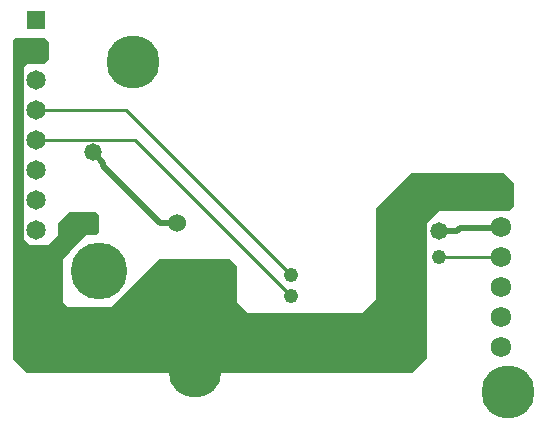
<source format=gbl>
G04*
G04 #@! TF.GenerationSoftware,Altium Limited,Altium Designer,23.4.1 (23)*
G04*
G04 Layer_Physical_Order=2*
G04 Layer_Color=16711680*
%FSLAX44Y44*%
%MOMM*%
G71*
G04*
G04 #@! TF.SameCoordinates,5B4701A4-F384-41A6-9C88-78B9FC1DD21D*
G04*
G04*
G04 #@! TF.FilePolarity,Positive*
G04*
G01*
G75*
%ADD40C,0.2540*%
%ADD41C,0.5080*%
%ADD42C,4.5000*%
%ADD43R,1.7250X1.7250*%
%ADD44C,1.7250*%
%ADD45C,4.8000*%
%ADD46C,1.5240*%
%ADD47R,1.6500X1.6500*%
%ADD48C,1.6500*%
%ADD49C,1.4732*%
%ADD50C,1.2192*%
G36*
X629920Y567690D02*
Y553720D01*
X626110Y549910D01*
X610870D01*
X608330Y547370D01*
Y401320D01*
X613410Y396240D01*
X628650Y396240D01*
X637540Y405130D01*
Y415290D01*
X642620Y420370D01*
X642620D01*
X646430Y424180D01*
X669290Y424180D01*
X671830Y421640D01*
Y407670D01*
X669290Y405130D01*
X661616Y405130D01*
X653364Y396877D01*
D01*
X641350Y383540D01*
X641350Y363220D01*
X641350Y347980D01*
X645160Y344170D01*
X656590Y344170D01*
X681990Y344170D01*
X722630Y384810D01*
X782320D01*
X788670Y378460D01*
X788670Y347980D01*
X797560Y339090D01*
X895350Y339090D01*
X906780Y350520D01*
Y427990D01*
X935990Y457200D01*
X1014730D01*
X1023620Y448310D01*
Y429260D01*
X1019810Y425450D01*
X960120D01*
X949960Y415290D01*
X949960Y300990D01*
X937260Y288290D01*
X610870D01*
X599440Y299720D01*
Y570230D01*
X600710Y571500D01*
X626110D01*
X629920Y567690D01*
D02*
G37*
D40*
X960120Y386080D02*
X1005395D01*
X702310Y485140D02*
X834390Y353060D01*
X618490Y485140D02*
X702310D01*
X618490Y510540D02*
X694690D01*
X834390Y370840D01*
X1010920Y379730D02*
Y380555D01*
X1005395Y386080D02*
X1010920Y380555D01*
D41*
X975706Y408531D02*
X978020Y410845D01*
X960494Y408531D02*
X975706D01*
X978020Y410845D02*
X1011555D01*
X1012190Y411480D01*
X666750Y474980D02*
X675826Y465905D01*
Y463364D02*
Y465905D01*
Y463364D02*
X723900Y415290D01*
X737870D01*
D42*
X1018540Y271780D02*
D03*
X701040Y551180D02*
D03*
X753110Y289560D02*
D03*
D43*
X1012190Y436880D02*
D03*
D44*
Y411480D02*
D03*
Y386080D02*
D03*
Y360680D02*
D03*
Y335280D02*
D03*
Y309880D02*
D03*
D45*
X720090Y344170D02*
D03*
X672090Y316170D02*
D03*
Y374170D02*
D03*
D46*
X737870Y415290D02*
D03*
D47*
X618490Y586740D02*
D03*
D48*
Y561340D02*
D03*
Y535940D02*
D03*
Y510540D02*
D03*
Y485140D02*
D03*
Y459740D02*
D03*
Y434340D02*
D03*
Y408940D02*
D03*
D49*
X647700Y414020D02*
D03*
X960494Y408531D02*
D03*
X952500Y447040D02*
D03*
X662940Y414020D02*
D03*
X666750Y474980D02*
D03*
X774700Y374650D02*
D03*
X919480Y373380D02*
D03*
D50*
X960120Y386080D02*
D03*
X834390Y353060D02*
D03*
Y370840D02*
D03*
M02*

</source>
